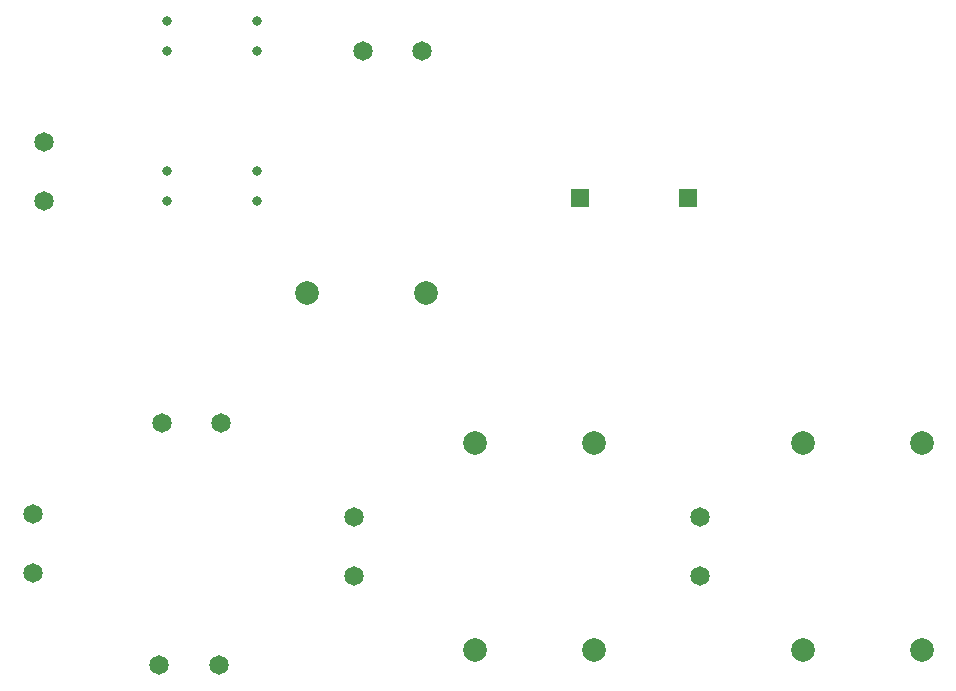
<source format=gbr>
%TF.GenerationSoftware,KiCad,Pcbnew,7.0.7*%
%TF.CreationDate,2024-05-15T22:38:27+02:00*%
%TF.ProjectId,PCB,5043422e-6b69-4636-9164-5f7063625858,rev?*%
%TF.SameCoordinates,Original*%
%TF.FileFunction,Soldermask,Bot*%
%TF.FilePolarity,Negative*%
%FSLAX46Y46*%
G04 Gerber Fmt 4.6, Leading zero omitted, Abs format (unit mm)*
G04 Created by KiCad (PCBNEW 7.0.7) date 2024-05-15 22:38:27*
%MOMM*%
%LPD*%
G01*
G04 APERTURE LIST*
%ADD10C,2.000000*%
%ADD11R,1.524000X1.524000*%
%ADD12C,1.650000*%
%ADD13C,0.800000*%
G04 APERTURE END LIST*
D10*
%TO.C,R2*%
X132597000Y-114000000D03*
X122564000Y-114000000D03*
%TD*%
D11*
%TO.C,SW1*%
X140572000Y-75750000D03*
X131428000Y-75750000D03*
%TD*%
D12*
%TO.C,J7*%
X86072000Y-71000000D03*
X86072000Y-76000000D03*
%TD*%
%TO.C,J6*%
X113072000Y-63250000D03*
X118072000Y-63250000D03*
%TD*%
%TO.C,J5*%
X141572000Y-107750000D03*
X141572000Y-102750000D03*
%TD*%
%TO.C,J4*%
X112322000Y-107750000D03*
X112322000Y-102750000D03*
%TD*%
%TO.C,J3*%
X95822000Y-115250000D03*
X100822000Y-115250000D03*
%TD*%
%TO.C,J2*%
X101072000Y-94750000D03*
X96072000Y-94750000D03*
%TD*%
%TO.C,J1*%
X85072000Y-107500000D03*
X85072000Y-102500000D03*
%TD*%
D13*
%TO.C,U3*%
X96452000Y-75950000D03*
X96452000Y-73410000D03*
X96452000Y-63250000D03*
X96452000Y-60710000D03*
X104072000Y-75950000D03*
X104072000Y-73410000D03*
X104072000Y-63250000D03*
X104072000Y-60710000D03*
%TD*%
D10*
%TO.C,R5*%
X118347000Y-83750000D03*
X108314000Y-83750000D03*
%TD*%
%TO.C,R4*%
X150314000Y-114000000D03*
X160347000Y-114000000D03*
%TD*%
%TO.C,R3*%
X160347000Y-96500000D03*
X150314000Y-96500000D03*
%TD*%
%TO.C,R1*%
X122564000Y-96500000D03*
X132597000Y-96500000D03*
%TD*%
M02*

</source>
